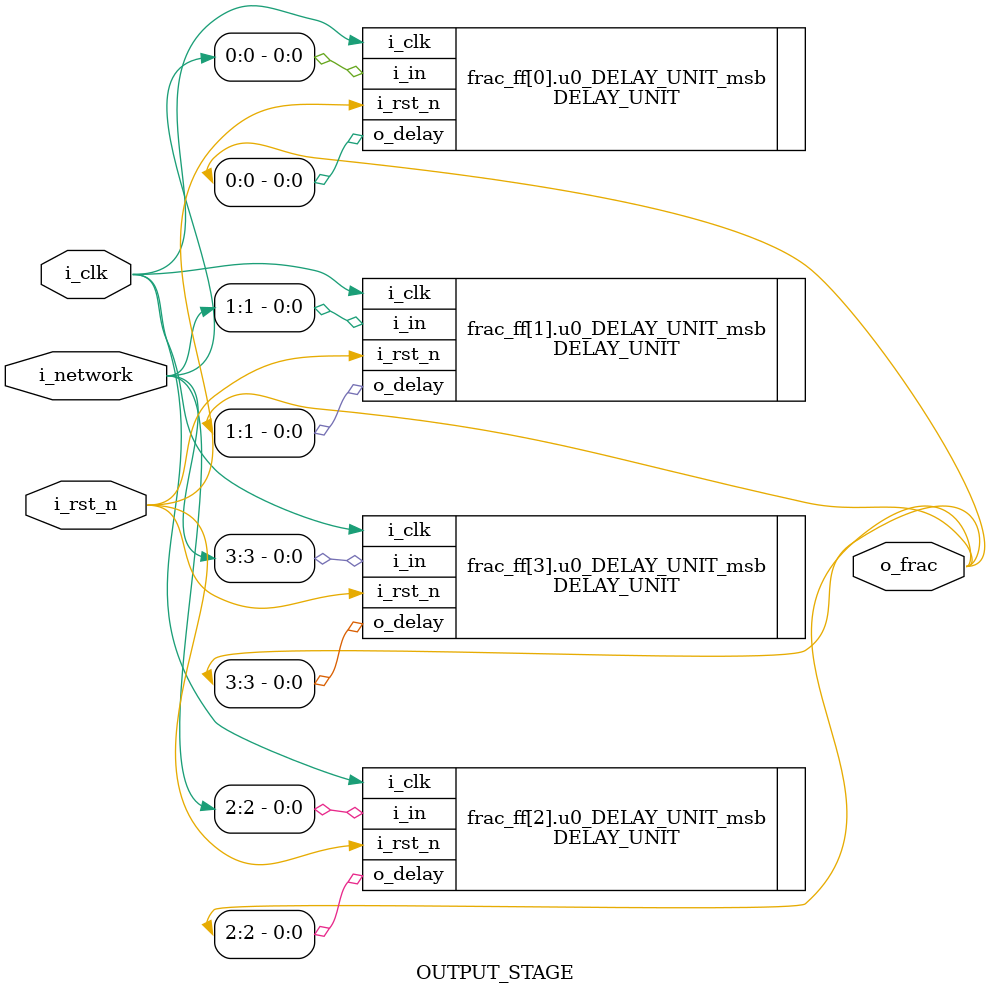
<source format=v>
`include "Timescale.v"
module OUTPUT_STAGE 
(
    input                    i_clk,
    input                    i_rst_n,

    input [3:0] i_network,

    output [3:0] o_frac
    
);

genvar i;
generate
    for(i=0; i<4; i=i+1) begin:frac_ff
        DELAY_UNIT #(
        	.P_DELAY_CYCLE 	( 1  ))
        u0_DELAY_UNIT_msb(
        	.i_clk   	( i_clk    ),
        	.i_rst_n 	( i_rst_n  ),
        	.i_in    	( i_network[i]     ),
        	.o_delay 	( o_frac[i]  )
        );
    end
endgenerate

endmodule
</source>
